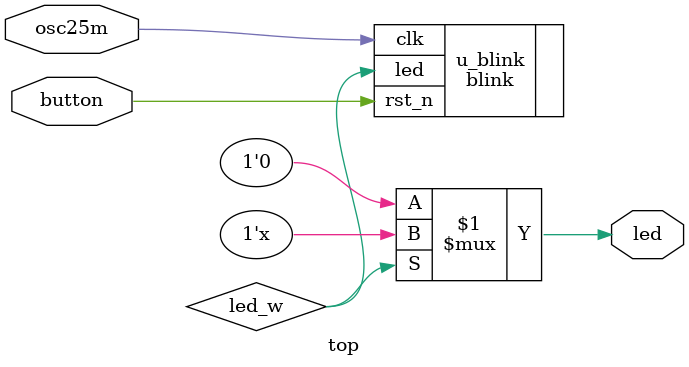
<source format=v>
module top (
    input   wire    osc25m,  // 25MHz oscillator input
    input   wire    button,  // Button reset input (active low)
    output  wire    led      // LED output open-drain (active low)
);

    wire led_w;

    // Instantiate the led_blink module
    blink u_blink (
        .clk    (osc25m),
        .rst_n  (button),
        .led    (led_w)
    );

    // Led open-drain output
    assign led = (led_w) ? 1'bz : 1'b0; // High-Z when led_w is high, else drive low

endmodule

</source>
